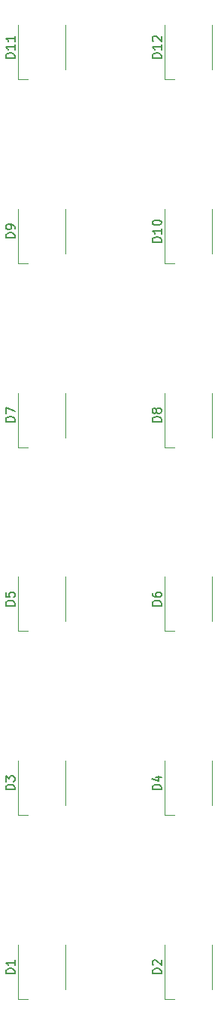
<source format=gbr>
%TF.GenerationSoftware,KiCad,Pcbnew,(6.0.0-0)*%
%TF.CreationDate,2022-02-03T16:21:43-05:00*%
%TF.ProjectId,Coin_Slots,436f696e-5f53-46c6-9f74-732e6b696361,rev?*%
%TF.SameCoordinates,Original*%
%TF.FileFunction,Legend,Top*%
%TF.FilePolarity,Positive*%
%FSLAX46Y46*%
G04 Gerber Fmt 4.6, Leading zero omitted, Abs format (unit mm)*
G04 Created by KiCad (PCBNEW (6.0.0-0)) date 2022-02-03 16:21:43*
%MOMM*%
%LPD*%
G01*
G04 APERTURE LIST*
%ADD10C,0.150000*%
%ADD11C,0.120000*%
G04 APERTURE END LIST*
D10*
%TO.C,D5*%
X114554380Y-122641095D02*
X113554380Y-122641095D01*
X113554380Y-122403000D01*
X113602000Y-122260142D01*
X113697238Y-122164904D01*
X113792476Y-122117285D01*
X113982952Y-122069666D01*
X114125809Y-122069666D01*
X114316285Y-122117285D01*
X114411523Y-122164904D01*
X114506761Y-122260142D01*
X114554380Y-122403000D01*
X114554380Y-122641095D01*
X113554380Y-121164904D02*
X113554380Y-121641095D01*
X114030571Y-121688714D01*
X113982952Y-121641095D01*
X113935333Y-121545857D01*
X113935333Y-121307761D01*
X113982952Y-121212523D01*
X114030571Y-121164904D01*
X114125809Y-121117285D01*
X114363904Y-121117285D01*
X114459142Y-121164904D01*
X114506761Y-121212523D01*
X114554380Y-121307761D01*
X114554380Y-121545857D01*
X114506761Y-121641095D01*
X114459142Y-121688714D01*
%TO.C,D9*%
X114554380Y-81365095D02*
X113554380Y-81365095D01*
X113554380Y-81127000D01*
X113602000Y-80984142D01*
X113697238Y-80888904D01*
X113792476Y-80841285D01*
X113982952Y-80793666D01*
X114125809Y-80793666D01*
X114316285Y-80841285D01*
X114411523Y-80888904D01*
X114506761Y-80984142D01*
X114554380Y-81127000D01*
X114554380Y-81365095D01*
X114554380Y-80317476D02*
X114554380Y-80127000D01*
X114506761Y-80031761D01*
X114459142Y-79984142D01*
X114316285Y-79888904D01*
X114125809Y-79841285D01*
X113744857Y-79841285D01*
X113649619Y-79888904D01*
X113602000Y-79936523D01*
X113554380Y-80031761D01*
X113554380Y-80222238D01*
X113602000Y-80317476D01*
X113649619Y-80365095D01*
X113744857Y-80412714D01*
X113982952Y-80412714D01*
X114078190Y-80365095D01*
X114125809Y-80317476D01*
X114173428Y-80222238D01*
X114173428Y-80031761D01*
X114125809Y-79936523D01*
X114078190Y-79888904D01*
X113982952Y-79841285D01*
%TO.C,D11*%
X114554380Y-61203285D02*
X113554380Y-61203285D01*
X113554380Y-60965190D01*
X113602000Y-60822333D01*
X113697238Y-60727095D01*
X113792476Y-60679476D01*
X113982952Y-60631857D01*
X114125809Y-60631857D01*
X114316285Y-60679476D01*
X114411523Y-60727095D01*
X114506761Y-60822333D01*
X114554380Y-60965190D01*
X114554380Y-61203285D01*
X114554380Y-59679476D02*
X114554380Y-60250904D01*
X114554380Y-59965190D02*
X113554380Y-59965190D01*
X113697238Y-60060428D01*
X113792476Y-60155666D01*
X113840095Y-60250904D01*
X114554380Y-58727095D02*
X114554380Y-59298523D01*
X114554380Y-59012809D02*
X113554380Y-59012809D01*
X113697238Y-59108047D01*
X113792476Y-59203285D01*
X113840095Y-59298523D01*
%TO.C,D4*%
X131064380Y-143279095D02*
X130064380Y-143279095D01*
X130064380Y-143041000D01*
X130112000Y-142898142D01*
X130207238Y-142802904D01*
X130302476Y-142755285D01*
X130492952Y-142707666D01*
X130635809Y-142707666D01*
X130826285Y-142755285D01*
X130921523Y-142802904D01*
X131016761Y-142898142D01*
X131064380Y-143041000D01*
X131064380Y-143279095D01*
X130397714Y-141850523D02*
X131064380Y-141850523D01*
X130016761Y-142088619D02*
X130731047Y-142326714D01*
X130731047Y-141707666D01*
%TO.C,D10*%
X131064380Y-81841285D02*
X130064380Y-81841285D01*
X130064380Y-81603190D01*
X130112000Y-81460333D01*
X130207238Y-81365095D01*
X130302476Y-81317476D01*
X130492952Y-81269857D01*
X130635809Y-81269857D01*
X130826285Y-81317476D01*
X130921523Y-81365095D01*
X131016761Y-81460333D01*
X131064380Y-81603190D01*
X131064380Y-81841285D01*
X131064380Y-80317476D02*
X131064380Y-80888904D01*
X131064380Y-80603190D02*
X130064380Y-80603190D01*
X130207238Y-80698428D01*
X130302476Y-80793666D01*
X130350095Y-80888904D01*
X130064380Y-79698428D02*
X130064380Y-79603190D01*
X130112000Y-79507952D01*
X130159619Y-79460333D01*
X130254857Y-79412714D01*
X130445333Y-79365095D01*
X130683428Y-79365095D01*
X130873904Y-79412714D01*
X130969142Y-79460333D01*
X131016761Y-79507952D01*
X131064380Y-79603190D01*
X131064380Y-79698428D01*
X131016761Y-79793666D01*
X130969142Y-79841285D01*
X130873904Y-79888904D01*
X130683428Y-79936523D01*
X130445333Y-79936523D01*
X130254857Y-79888904D01*
X130159619Y-79841285D01*
X130112000Y-79793666D01*
X130064380Y-79698428D01*
%TO.C,D7*%
X114554380Y-102003095D02*
X113554380Y-102003095D01*
X113554380Y-101765000D01*
X113602000Y-101622142D01*
X113697238Y-101526904D01*
X113792476Y-101479285D01*
X113982952Y-101431666D01*
X114125809Y-101431666D01*
X114316285Y-101479285D01*
X114411523Y-101526904D01*
X114506761Y-101622142D01*
X114554380Y-101765000D01*
X114554380Y-102003095D01*
X113554380Y-101098333D02*
X113554380Y-100431666D01*
X114554380Y-100860238D01*
%TO.C,D2*%
X131064380Y-163917095D02*
X130064380Y-163917095D01*
X130064380Y-163679000D01*
X130112000Y-163536142D01*
X130207238Y-163440904D01*
X130302476Y-163393285D01*
X130492952Y-163345666D01*
X130635809Y-163345666D01*
X130826285Y-163393285D01*
X130921523Y-163440904D01*
X131016761Y-163536142D01*
X131064380Y-163679000D01*
X131064380Y-163917095D01*
X130159619Y-162964714D02*
X130112000Y-162917095D01*
X130064380Y-162821857D01*
X130064380Y-162583761D01*
X130112000Y-162488523D01*
X130159619Y-162440904D01*
X130254857Y-162393285D01*
X130350095Y-162393285D01*
X130492952Y-162440904D01*
X131064380Y-163012333D01*
X131064380Y-162393285D01*
%TO.C,D3*%
X114554380Y-143279095D02*
X113554380Y-143279095D01*
X113554380Y-143041000D01*
X113602000Y-142898142D01*
X113697238Y-142802904D01*
X113792476Y-142755285D01*
X113982952Y-142707666D01*
X114125809Y-142707666D01*
X114316285Y-142755285D01*
X114411523Y-142802904D01*
X114506761Y-142898142D01*
X114554380Y-143041000D01*
X114554380Y-143279095D01*
X113554380Y-142374333D02*
X113554380Y-141755285D01*
X113935333Y-142088619D01*
X113935333Y-141945761D01*
X113982952Y-141850523D01*
X114030571Y-141802904D01*
X114125809Y-141755285D01*
X114363904Y-141755285D01*
X114459142Y-141802904D01*
X114506761Y-141850523D01*
X114554380Y-141945761D01*
X114554380Y-142231476D01*
X114506761Y-142326714D01*
X114459142Y-142374333D01*
%TO.C,D12*%
X131064380Y-61203285D02*
X130064380Y-61203285D01*
X130064380Y-60965190D01*
X130112000Y-60822333D01*
X130207238Y-60727095D01*
X130302476Y-60679476D01*
X130492952Y-60631857D01*
X130635809Y-60631857D01*
X130826285Y-60679476D01*
X130921523Y-60727095D01*
X131016761Y-60822333D01*
X131064380Y-60965190D01*
X131064380Y-61203285D01*
X131064380Y-59679476D02*
X131064380Y-60250904D01*
X131064380Y-59965190D02*
X130064380Y-59965190D01*
X130207238Y-60060428D01*
X130302476Y-60155666D01*
X130350095Y-60250904D01*
X130159619Y-59298523D02*
X130112000Y-59250904D01*
X130064380Y-59155666D01*
X130064380Y-58917571D01*
X130112000Y-58822333D01*
X130159619Y-58774714D01*
X130254857Y-58727095D01*
X130350095Y-58727095D01*
X130492952Y-58774714D01*
X131064380Y-59346142D01*
X131064380Y-58727095D01*
%TO.C,D1*%
X114554380Y-163917095D02*
X113554380Y-163917095D01*
X113554380Y-163679000D01*
X113602000Y-163536142D01*
X113697238Y-163440904D01*
X113792476Y-163393285D01*
X113982952Y-163345666D01*
X114125809Y-163345666D01*
X114316285Y-163393285D01*
X114411523Y-163440904D01*
X114506761Y-163536142D01*
X114554380Y-163679000D01*
X114554380Y-163917095D01*
X114554380Y-162393285D02*
X114554380Y-162964714D01*
X114554380Y-162679000D02*
X113554380Y-162679000D01*
X113697238Y-162774238D01*
X113792476Y-162869476D01*
X113840095Y-162964714D01*
%TO.C,D8*%
X131064380Y-102003095D02*
X130064380Y-102003095D01*
X130064380Y-101765000D01*
X130112000Y-101622142D01*
X130207238Y-101526904D01*
X130302476Y-101479285D01*
X130492952Y-101431666D01*
X130635809Y-101431666D01*
X130826285Y-101479285D01*
X130921523Y-101526904D01*
X131016761Y-101622142D01*
X131064380Y-101765000D01*
X131064380Y-102003095D01*
X130492952Y-100860238D02*
X130445333Y-100955476D01*
X130397714Y-101003095D01*
X130302476Y-101050714D01*
X130254857Y-101050714D01*
X130159619Y-101003095D01*
X130112000Y-100955476D01*
X130064380Y-100860238D01*
X130064380Y-100669761D01*
X130112000Y-100574523D01*
X130159619Y-100526904D01*
X130254857Y-100479285D01*
X130302476Y-100479285D01*
X130397714Y-100526904D01*
X130445333Y-100574523D01*
X130492952Y-100669761D01*
X130492952Y-100860238D01*
X130540571Y-100955476D01*
X130588190Y-101003095D01*
X130683428Y-101050714D01*
X130873904Y-101050714D01*
X130969142Y-101003095D01*
X131016761Y-100955476D01*
X131064380Y-100860238D01*
X131064380Y-100669761D01*
X131016761Y-100574523D01*
X130969142Y-100526904D01*
X130873904Y-100479285D01*
X130683428Y-100479285D01*
X130588190Y-100526904D01*
X130540571Y-100574523D01*
X130492952Y-100669761D01*
%TO.C,D6*%
X131064380Y-122641095D02*
X130064380Y-122641095D01*
X130064380Y-122403000D01*
X130112000Y-122260142D01*
X130207238Y-122164904D01*
X130302476Y-122117285D01*
X130492952Y-122069666D01*
X130635809Y-122069666D01*
X130826285Y-122117285D01*
X130921523Y-122164904D01*
X131016761Y-122260142D01*
X131064380Y-122403000D01*
X131064380Y-122641095D01*
X130064380Y-121212523D02*
X130064380Y-121403000D01*
X130112000Y-121498238D01*
X130159619Y-121545857D01*
X130302476Y-121641095D01*
X130492952Y-121688714D01*
X130873904Y-121688714D01*
X130969142Y-121641095D01*
X131016761Y-121593476D01*
X131064380Y-121498238D01*
X131064380Y-121307761D01*
X131016761Y-121212523D01*
X130969142Y-121164904D01*
X130873904Y-121117285D01*
X130635809Y-121117285D01*
X130540571Y-121164904D01*
X130492952Y-121212523D01*
X130445333Y-121307761D01*
X130445333Y-121498238D01*
X130492952Y-121593476D01*
X130540571Y-121641095D01*
X130635809Y-121688714D01*
D11*
%TO.C,D5*%
X116002000Y-125503000D02*
X114902000Y-125503000D01*
X120302000Y-119403000D02*
X120302000Y-124403000D01*
X114902000Y-125503000D02*
X114902000Y-119403000D01*
%TO.C,D9*%
X114902000Y-84227000D02*
X114902000Y-78127000D01*
X120302000Y-78127000D02*
X120302000Y-83127000D01*
X116002000Y-84227000D02*
X114902000Y-84227000D01*
%TO.C,D11*%
X114902000Y-63589000D02*
X114902000Y-57489000D01*
X116002000Y-63589000D02*
X114902000Y-63589000D01*
X120302000Y-57489000D02*
X120302000Y-62489000D01*
%TO.C,D4*%
X132512000Y-146141000D02*
X131412000Y-146141000D01*
X131412000Y-146141000D02*
X131412000Y-140041000D01*
X136812000Y-140041000D02*
X136812000Y-145041000D01*
%TO.C,D10*%
X136812000Y-78127000D02*
X136812000Y-83127000D01*
X131412000Y-84227000D02*
X131412000Y-78127000D01*
X132512000Y-84227000D02*
X131412000Y-84227000D01*
%TO.C,D7*%
X114902000Y-104865000D02*
X114902000Y-98765000D01*
X120302000Y-98765000D02*
X120302000Y-103765000D01*
X116002000Y-104865000D02*
X114902000Y-104865000D01*
%TO.C,D2*%
X132512000Y-166779000D02*
X131412000Y-166779000D01*
X136812000Y-160679000D02*
X136812000Y-165679000D01*
X131412000Y-166779000D02*
X131412000Y-160679000D01*
%TO.C,D3*%
X116002000Y-146141000D02*
X114902000Y-146141000D01*
X120302000Y-140041000D02*
X120302000Y-145041000D01*
X114902000Y-146141000D02*
X114902000Y-140041000D01*
%TO.C,D12*%
X131412000Y-63589000D02*
X131412000Y-57489000D01*
X136812000Y-57489000D02*
X136812000Y-62489000D01*
X132512000Y-63589000D02*
X131412000Y-63589000D01*
%TO.C,D1*%
X120302000Y-160679000D02*
X120302000Y-165679000D01*
X114902000Y-166779000D02*
X114902000Y-160679000D01*
X116002000Y-166779000D02*
X114902000Y-166779000D01*
%TO.C,D8*%
X131412000Y-104865000D02*
X131412000Y-98765000D01*
X132512000Y-104865000D02*
X131412000Y-104865000D01*
X136812000Y-98765000D02*
X136812000Y-103765000D01*
%TO.C,D6*%
X131412000Y-125503000D02*
X131412000Y-119403000D01*
X132512000Y-125503000D02*
X131412000Y-125503000D01*
X136812000Y-119403000D02*
X136812000Y-124403000D01*
%TD*%
M02*

</source>
